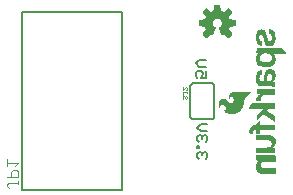
<source format=gbr>
G04 EAGLE Gerber X2 export*
%TF.Part,Single*%
%TF.FileFunction,Legend,Bot,1*%
%TF.FilePolarity,Positive*%
%TF.GenerationSoftware,Autodesk,EAGLE,9.1.0*%
%TF.CreationDate,2018-08-24T06:17:03Z*%
G75*
%MOMM*%
%FSLAX34Y34*%
%LPD*%
%AMOC8*
5,1,8,0,0,1.08239X$1,22.5*%
G01*
%ADD10C,0.152400*%
%ADD11C,0.025400*%
%ADD12C,0.127000*%
%ADD13C,0.076200*%

G36*
X174420Y139846D02*
X174420Y139846D01*
X174528Y139856D01*
X174541Y139862D01*
X174555Y139864D01*
X174652Y139912D01*
X174751Y139957D01*
X174764Y139968D01*
X174773Y139972D01*
X174788Y139988D01*
X174865Y140050D01*
X177450Y142635D01*
X177513Y142724D01*
X177579Y142809D01*
X177584Y142822D01*
X177592Y142834D01*
X177623Y142937D01*
X177659Y143040D01*
X177659Y143054D01*
X177663Y143067D01*
X177659Y143175D01*
X177660Y143284D01*
X177655Y143297D01*
X177655Y143311D01*
X177617Y143413D01*
X177582Y143515D01*
X177573Y143530D01*
X177569Y143539D01*
X177555Y143556D01*
X177501Y143638D01*
X174737Y147028D01*
X175294Y148110D01*
X175300Y148130D01*
X175342Y148225D01*
X175713Y149384D01*
X180064Y149827D01*
X180168Y149855D01*
X180274Y149880D01*
X180286Y149887D01*
X180299Y149890D01*
X180389Y149951D01*
X180482Y150008D01*
X180490Y150019D01*
X180502Y150027D01*
X180568Y150113D01*
X180637Y150197D01*
X180641Y150210D01*
X180650Y150221D01*
X180684Y150324D01*
X180723Y150425D01*
X180724Y150443D01*
X180728Y150452D01*
X180728Y150474D01*
X180737Y150572D01*
X180737Y154228D01*
X180720Y154335D01*
X180706Y154443D01*
X180700Y154455D01*
X180698Y154469D01*
X180646Y154565D01*
X180599Y154662D01*
X180589Y154672D01*
X180583Y154684D01*
X180503Y154758D01*
X180427Y154835D01*
X180415Y154841D01*
X180405Y154851D01*
X180306Y154896D01*
X180209Y154944D01*
X180191Y154948D01*
X180182Y154952D01*
X180161Y154954D01*
X180064Y154973D01*
X175713Y155416D01*
X175342Y156575D01*
X175333Y156593D01*
X175331Y156600D01*
X175327Y156607D01*
X175294Y156690D01*
X174737Y157772D01*
X177501Y161162D01*
X177555Y161256D01*
X177612Y161348D01*
X177615Y161361D01*
X177622Y161373D01*
X177643Y161480D01*
X177668Y161585D01*
X177666Y161599D01*
X177669Y161613D01*
X177654Y161720D01*
X177644Y161828D01*
X177638Y161841D01*
X177636Y161855D01*
X177588Y161952D01*
X177543Y162051D01*
X177532Y162064D01*
X177528Y162073D01*
X177512Y162088D01*
X177450Y162165D01*
X174865Y164750D01*
X174776Y164813D01*
X174691Y164879D01*
X174678Y164884D01*
X174666Y164892D01*
X174563Y164923D01*
X174460Y164959D01*
X174446Y164959D01*
X174433Y164963D01*
X174325Y164959D01*
X174216Y164960D01*
X174203Y164955D01*
X174189Y164955D01*
X174087Y164917D01*
X173985Y164882D01*
X173970Y164873D01*
X173961Y164869D01*
X173944Y164855D01*
X173862Y164801D01*
X170472Y162037D01*
X169390Y162594D01*
X169370Y162600D01*
X169275Y162642D01*
X168116Y163013D01*
X167673Y167364D01*
X167645Y167468D01*
X167620Y167574D01*
X167613Y167586D01*
X167610Y167599D01*
X167549Y167689D01*
X167492Y167782D01*
X167481Y167790D01*
X167473Y167802D01*
X167387Y167868D01*
X167303Y167937D01*
X167290Y167941D01*
X167279Y167950D01*
X167176Y167984D01*
X167075Y168023D01*
X167057Y168024D01*
X167048Y168028D01*
X167026Y168028D01*
X166928Y168037D01*
X163272Y168037D01*
X163165Y168020D01*
X163057Y168006D01*
X163045Y168000D01*
X163031Y167998D01*
X162935Y167946D01*
X162838Y167899D01*
X162828Y167889D01*
X162816Y167883D01*
X162742Y167803D01*
X162665Y167727D01*
X162659Y167715D01*
X162649Y167705D01*
X162604Y167606D01*
X162556Y167509D01*
X162552Y167491D01*
X162548Y167482D01*
X162546Y167461D01*
X162527Y167364D01*
X162084Y163013D01*
X160925Y162642D01*
X160907Y162632D01*
X160810Y162594D01*
X159728Y162037D01*
X156338Y164801D01*
X156244Y164855D01*
X156152Y164912D01*
X156139Y164915D01*
X156127Y164922D01*
X156020Y164943D01*
X155915Y164968D01*
X155901Y164966D01*
X155887Y164969D01*
X155780Y164954D01*
X155672Y164944D01*
X155659Y164938D01*
X155646Y164936D01*
X155548Y164888D01*
X155449Y164843D01*
X155436Y164832D01*
X155427Y164828D01*
X155412Y164812D01*
X155335Y164750D01*
X152750Y162165D01*
X152687Y162076D01*
X152621Y161991D01*
X152616Y161978D01*
X152608Y161966D01*
X152577Y161863D01*
X152541Y161760D01*
X152541Y161746D01*
X152537Y161733D01*
X152541Y161625D01*
X152540Y161516D01*
X152545Y161503D01*
X152545Y161489D01*
X152583Y161387D01*
X152618Y161285D01*
X152627Y161270D01*
X152631Y161261D01*
X152645Y161244D01*
X152699Y161162D01*
X155463Y157772D01*
X154906Y156690D01*
X154900Y156670D01*
X154858Y156575D01*
X154487Y155416D01*
X150136Y154973D01*
X150032Y154945D01*
X149926Y154920D01*
X149914Y154913D01*
X149901Y154910D01*
X149811Y154849D01*
X149718Y154792D01*
X149710Y154781D01*
X149698Y154773D01*
X149632Y154687D01*
X149564Y154603D01*
X149559Y154590D01*
X149550Y154579D01*
X149516Y154476D01*
X149477Y154375D01*
X149476Y154357D01*
X149472Y154348D01*
X149473Y154326D01*
X149463Y154228D01*
X149463Y150572D01*
X149480Y150465D01*
X149494Y150357D01*
X149500Y150345D01*
X149502Y150331D01*
X149554Y150235D01*
X149601Y150138D01*
X149611Y150128D01*
X149617Y150116D01*
X149697Y150042D01*
X149773Y149965D01*
X149785Y149959D01*
X149796Y149949D01*
X149894Y149904D01*
X149991Y149856D01*
X150009Y149852D01*
X150018Y149848D01*
X150039Y149846D01*
X150136Y149827D01*
X154487Y149384D01*
X154858Y148225D01*
X154868Y148207D01*
X154906Y148110D01*
X155463Y147028D01*
X152699Y143638D01*
X152645Y143544D01*
X152588Y143452D01*
X152585Y143439D01*
X152578Y143427D01*
X152557Y143320D01*
X152532Y143215D01*
X152534Y143201D01*
X152531Y143187D01*
X152546Y143080D01*
X152556Y142972D01*
X152562Y142959D01*
X152564Y142946D01*
X152612Y142848D01*
X152657Y142749D01*
X152668Y142736D01*
X152672Y142727D01*
X152688Y142712D01*
X152750Y142635D01*
X155335Y140050D01*
X155424Y139987D01*
X155509Y139921D01*
X155522Y139916D01*
X155534Y139908D01*
X155637Y139877D01*
X155740Y139841D01*
X155754Y139841D01*
X155767Y139837D01*
X155875Y139841D01*
X155984Y139840D01*
X155997Y139845D01*
X156011Y139845D01*
X156113Y139883D01*
X156215Y139918D01*
X156230Y139927D01*
X156239Y139931D01*
X156256Y139945D01*
X156338Y139999D01*
X159728Y142763D01*
X160810Y142206D01*
X160863Y142189D01*
X160912Y142163D01*
X160978Y142152D01*
X161042Y142131D01*
X161098Y142132D01*
X161152Y142123D01*
X161219Y142134D01*
X161286Y142135D01*
X161338Y142153D01*
X161393Y142162D01*
X161453Y142194D01*
X161516Y142217D01*
X161559Y142251D01*
X161609Y142277D01*
X161655Y142326D01*
X161707Y142368D01*
X161738Y142415D01*
X161776Y142455D01*
X161832Y142560D01*
X161840Y142573D01*
X161841Y142578D01*
X161845Y142585D01*
X163998Y147782D01*
X164018Y147865D01*
X164023Y147878D01*
X164025Y147894D01*
X164050Y147979D01*
X164049Y148000D01*
X164054Y148020D01*
X164046Y148102D01*
X164047Y148121D01*
X164043Y148141D01*
X164039Y148222D01*
X164032Y148242D01*
X164030Y148263D01*
X163998Y148332D01*
X163992Y148359D01*
X163977Y148383D01*
X163951Y148450D01*
X163938Y148466D01*
X163929Y148485D01*
X163884Y148534D01*
X163864Y148566D01*
X163833Y148591D01*
X163795Y148637D01*
X163772Y148653D01*
X163762Y148663D01*
X163741Y148675D01*
X163676Y148720D01*
X163675Y148721D01*
X163674Y148722D01*
X162775Y149228D01*
X162088Y149872D01*
X161573Y150660D01*
X161261Y151548D01*
X161169Y152485D01*
X161302Y153417D01*
X161653Y154291D01*
X162202Y155056D01*
X162916Y155669D01*
X163756Y156094D01*
X164673Y156308D01*
X165614Y156298D01*
X166526Y156064D01*
X167356Y155621D01*
X168057Y154992D01*
X168589Y154215D01*
X168920Y153334D01*
X169033Y152399D01*
X168925Y151482D01*
X168605Y150614D01*
X168091Y149845D01*
X167412Y149218D01*
X166528Y148723D01*
X166486Y148690D01*
X166444Y148667D01*
X166413Y148634D01*
X166365Y148599D01*
X166353Y148583D01*
X166337Y148570D01*
X166302Y148515D01*
X166277Y148489D01*
X166264Y148459D01*
X166222Y148401D01*
X166216Y148382D01*
X166206Y148365D01*
X166187Y148290D01*
X166177Y148267D01*
X166174Y148243D01*
X166151Y148168D01*
X166152Y148148D01*
X166147Y148128D01*
X166154Y148042D01*
X166153Y148024D01*
X166156Y148008D01*
X166159Y147924D01*
X166167Y147899D01*
X166168Y147885D01*
X166178Y147863D01*
X166202Y147782D01*
X167131Y145539D01*
X167131Y145538D01*
X168062Y143291D01*
X168063Y143291D01*
X168355Y142585D01*
X168384Y142538D01*
X168405Y142486D01*
X168448Y142435D01*
X168484Y142378D01*
X168527Y142343D01*
X168563Y142300D01*
X168620Y142266D01*
X168672Y142223D01*
X168724Y142204D01*
X168772Y142175D01*
X168838Y142161D01*
X168901Y142137D01*
X168956Y142135D01*
X169010Y142124D01*
X169077Y142131D01*
X169144Y142129D01*
X169198Y142145D01*
X169253Y142152D01*
X169364Y142196D01*
X169378Y142200D01*
X169382Y142203D01*
X169390Y142206D01*
X170472Y142763D01*
X173862Y139999D01*
X173956Y139945D01*
X174048Y139888D01*
X174061Y139885D01*
X174073Y139878D01*
X174180Y139857D01*
X174285Y139832D01*
X174299Y139834D01*
X174313Y139831D01*
X174420Y139846D01*
G37*
G36*
X177805Y75205D02*
X177805Y75205D01*
X177817Y75202D01*
X179724Y75490D01*
X179734Y75496D01*
X179746Y75496D01*
X181570Y76124D01*
X181579Y76131D01*
X181591Y76133D01*
X183272Y77080D01*
X183278Y77088D01*
X183289Y77091D01*
X184396Y77976D01*
X184400Y77984D01*
X184409Y77988D01*
X184436Y78016D01*
X184912Y78521D01*
X185381Y79019D01*
X185383Y79025D01*
X185386Y79026D01*
X185387Y79029D01*
X185392Y79033D01*
X186209Y80190D01*
X186211Y80200D01*
X186219Y80208D01*
X186819Y81438D01*
X186820Y81449D01*
X186828Y81459D01*
X187196Y82778D01*
X187194Y82789D01*
X187200Y82800D01*
X187324Y84164D01*
X187323Y84167D01*
X187323Y84168D01*
X187322Y84170D01*
X187324Y84175D01*
X187324Y86450D01*
X187389Y86818D01*
X187516Y87169D01*
X188105Y88159D01*
X188887Y89013D01*
X194369Y93885D01*
X194371Y93889D01*
X194376Y93891D01*
X194392Y93933D01*
X194411Y93974D01*
X194409Y93978D01*
X194411Y93983D01*
X194392Y94024D01*
X194377Y94066D01*
X194372Y94068D01*
X194370Y94072D01*
X194297Y94101D01*
X194286Y94105D01*
X194285Y94105D01*
X179121Y94105D01*
X179116Y94103D01*
X179110Y94105D01*
X178279Y94035D01*
X178268Y94029D01*
X178253Y94030D01*
X177454Y93790D01*
X177444Y93782D01*
X177430Y93780D01*
X176698Y93379D01*
X176690Y93369D01*
X176677Y93364D01*
X176127Y92894D01*
X176122Y92883D01*
X176110Y92876D01*
X175665Y92306D01*
X175662Y92294D01*
X175652Y92284D01*
X175331Y91636D01*
X175330Y91624D01*
X175322Y91612D01*
X175138Y90913D01*
X175140Y90902D01*
X175134Y90891D01*
X175061Y89951D01*
X175064Y89942D01*
X175061Y89931D01*
X175134Y88991D01*
X175136Y88987D01*
X175135Y88981D01*
X175211Y88498D01*
X175236Y88459D01*
X175257Y88419D01*
X175261Y88418D01*
X175263Y88415D01*
X175308Y88405D01*
X175352Y88393D01*
X175356Y88395D01*
X175360Y88394D01*
X175398Y88419D01*
X175437Y88443D01*
X175438Y88447D01*
X175442Y88449D01*
X175450Y88490D01*
X175462Y88530D01*
X175446Y88688D01*
X175474Y88826D01*
X175545Y88959D01*
X176144Y89783D01*
X176242Y89884D01*
X176258Y89901D01*
X176396Y89973D01*
X176811Y90066D01*
X177239Y90066D01*
X177655Y89973D01*
X178059Y89767D01*
X178387Y89454D01*
X178752Y88848D01*
X178959Y88170D01*
X178994Y87459D01*
X178897Y86849D01*
X178699Y86263D01*
X178406Y85720D01*
X178041Y85295D01*
X177581Y84980D01*
X177056Y84794D01*
X176500Y84751D01*
X175952Y84853D01*
X175449Y85093D01*
X175014Y85463D01*
X173473Y86916D01*
X173463Y86919D01*
X173457Y86928D01*
X171699Y88115D01*
X171686Y88117D01*
X171676Y88127D01*
X170988Y88407D01*
X170973Y88406D01*
X170958Y88415D01*
X170223Y88514D01*
X170208Y88510D01*
X170191Y88515D01*
X169454Y88428D01*
X169441Y88420D01*
X169423Y88420D01*
X168731Y88153D01*
X168720Y88142D01*
X168703Y88138D01*
X168100Y87707D01*
X168093Y87697D01*
X168081Y87691D01*
X167933Y87535D01*
X167933Y87534D01*
X167694Y87282D01*
X167456Y87030D01*
X167455Y87030D01*
X167423Y86995D01*
X167420Y86987D01*
X167412Y86982D01*
X166852Y86205D01*
X166849Y86195D01*
X166841Y86187D01*
X166453Y85407D01*
X166452Y85395D01*
X166444Y85384D01*
X166213Y84544D01*
X166214Y84532D01*
X166208Y84520D01*
X166142Y83652D01*
X166146Y83642D01*
X166142Y83630D01*
X166228Y82730D01*
X166232Y82721D01*
X166231Y82711D01*
X166451Y81833D01*
X166457Y81825D01*
X166458Y81813D01*
X166559Y81585D01*
X166711Y81229D01*
X166711Y81228D01*
X166932Y80724D01*
X166943Y80714D01*
X166948Y80697D01*
X167286Y80262D01*
X167293Y80259D01*
X167297Y80251D01*
X167322Y80226D01*
X167323Y80223D01*
X167415Y80188D01*
X167504Y80229D01*
X167537Y80314D01*
X167537Y80917D01*
X167595Y81428D01*
X167733Y81918D01*
X167988Y82399D01*
X168358Y82794D01*
X168818Y83080D01*
X169337Y83237D01*
X169640Y83249D01*
X169940Y83190D01*
X170434Y82984D01*
X170892Y82701D01*
X171302Y82350D01*
X171656Y81938D01*
X172307Y81036D01*
X172556Y80548D01*
X172654Y80019D01*
X172596Y79480D01*
X172531Y79306D01*
X172283Y78945D01*
X171943Y78671D01*
X171841Y78627D01*
X171720Y78611D01*
X170840Y78611D01*
X170799Y78594D01*
X170757Y78580D01*
X170755Y78575D01*
X170749Y78573D01*
X170733Y78532D01*
X170714Y78492D01*
X170716Y78486D01*
X170714Y78481D01*
X170726Y78454D01*
X170742Y78405D01*
X171663Y77279D01*
X171675Y77273D01*
X171682Y77261D01*
X172819Y76354D01*
X172830Y76351D01*
X172838Y76342D01*
X173772Y75840D01*
X173782Y75839D01*
X173790Y75833D01*
X174788Y75475D01*
X174797Y75475D01*
X174806Y75470D01*
X175845Y75263D01*
X175856Y75265D01*
X175866Y75261D01*
X177794Y75201D01*
X177805Y75205D01*
G37*
G36*
X208236Y114961D02*
X208236Y114961D01*
X208246Y114966D01*
X208258Y114964D01*
X209634Y115287D01*
X209643Y115294D01*
X209655Y115294D01*
X210955Y115850D01*
X210963Y115858D01*
X210974Y115860D01*
X212159Y116632D01*
X212165Y116641D01*
X212176Y116646D01*
X212883Y117303D01*
X212887Y117313D01*
X212897Y117319D01*
X213482Y118087D01*
X213484Y118098D01*
X213493Y118105D01*
X213939Y118961D01*
X213940Y118972D01*
X213948Y118981D01*
X214242Y119900D01*
X214241Y119910D01*
X214247Y119920D01*
X214436Y121132D01*
X214434Y121141D01*
X214437Y121150D01*
X214454Y122377D01*
X214451Y122385D01*
X214453Y122395D01*
X214298Y123612D01*
X214293Y123622D01*
X214293Y123634D01*
X214029Y124478D01*
X214021Y124488D01*
X214018Y124503D01*
X213581Y125272D01*
X213571Y125280D01*
X213566Y125294D01*
X212976Y125954D01*
X212964Y125960D01*
X212956Y125972D01*
X212240Y126492D01*
X212238Y126493D01*
X223342Y126493D01*
X223386Y126511D01*
X223430Y126528D01*
X223430Y126530D01*
X223433Y126531D01*
X223450Y126575D01*
X223468Y126619D01*
X223467Y126621D01*
X223468Y126623D01*
X223459Y126644D01*
X223436Y126704D01*
X219702Y130844D01*
X219696Y130846D01*
X219693Y130852D01*
X219633Y130876D01*
X219613Y130885D01*
X219610Y130884D01*
X219608Y130885D01*
X199034Y130885D01*
X198997Y130870D01*
X198958Y130860D01*
X198952Y130851D01*
X198943Y130847D01*
X198932Y130819D01*
X198910Y130783D01*
X198174Y126897D01*
X198177Y126882D01*
X198172Y126867D01*
X198187Y126835D01*
X198195Y126800D01*
X198208Y126792D01*
X198214Y126779D01*
X198253Y126764D01*
X198278Y126748D01*
X198289Y126751D01*
X198300Y126747D01*
X200217Y126771D01*
X200068Y126637D01*
X200067Y126636D01*
X200066Y126636D01*
X199101Y125747D01*
X199099Y125741D01*
X199092Y125737D01*
X198791Y125394D01*
X198787Y125383D01*
X198777Y125375D01*
X198544Y124981D01*
X198543Y124972D01*
X198536Y124964D01*
X198003Y123643D01*
X198003Y123632D01*
X197997Y123622D01*
X197895Y123140D01*
X197897Y123128D01*
X197892Y123116D01*
X197867Y121135D01*
X197871Y121124D01*
X197869Y121112D01*
X198052Y120027D01*
X198059Y120017D01*
X198059Y120003D01*
X198459Y118978D01*
X198467Y118971D01*
X198469Y118959D01*
X199010Y118057D01*
X199016Y118052D01*
X199019Y118043D01*
X199672Y117219D01*
X199682Y117213D01*
X199687Y117203D01*
X200577Y116411D01*
X200590Y116407D01*
X200599Y116395D01*
X201640Y115816D01*
X201652Y115814D01*
X201663Y115806D01*
X203776Y115132D01*
X203787Y115133D01*
X203798Y115127D01*
X205998Y114844D01*
X206009Y114847D01*
X206021Y114843D01*
X208236Y114961D01*
G37*
G36*
X213998Y98183D02*
X213998Y98183D01*
X214024Y98184D01*
X214041Y98203D01*
X214063Y98213D01*
X214074Y98240D01*
X214090Y98258D01*
X214088Y98277D01*
X214096Y98298D01*
X214096Y102332D01*
X214099Y102368D01*
X214090Y102396D01*
X214086Y102436D01*
X214067Y102473D01*
X214045Y102492D01*
X214021Y102524D01*
X213985Y102546D01*
X213968Y102548D01*
X213952Y102560D01*
X213672Y102636D01*
X213669Y102635D01*
X213666Y102637D01*
X212637Y102864D01*
X212614Y102874D01*
X212608Y102880D01*
X212606Y102888D01*
X212607Y102897D01*
X212623Y102921D01*
X213326Y103748D01*
X213330Y103759D01*
X213340Y103768D01*
X213880Y104719D01*
X213881Y104730D01*
X213890Y104740D01*
X214242Y105775D01*
X214241Y105787D01*
X214247Y105797D01*
X214488Y107415D01*
X214485Y107425D01*
X214489Y107436D01*
X214451Y109071D01*
X214446Y109082D01*
X214448Y109096D01*
X214140Y110468D01*
X214132Y110479D01*
X214131Y110494D01*
X213525Y111763D01*
X213515Y111772D01*
X213511Y111786D01*
X213169Y112234D01*
X213159Y112240D01*
X213153Y112252D01*
X212733Y112629D01*
X212722Y112633D01*
X212714Y112643D01*
X212231Y112935D01*
X212220Y112937D01*
X212210Y112945D01*
X211217Y113318D01*
X211206Y113318D01*
X211195Y113324D01*
X210151Y113513D01*
X210140Y113510D01*
X210128Y113515D01*
X209067Y113512D01*
X209055Y113507D01*
X209040Y113509D01*
X208099Y113303D01*
X208087Y113294D01*
X208070Y113293D01*
X207208Y112864D01*
X207199Y112854D01*
X207184Y112849D01*
X206575Y112351D01*
X206569Y112340D01*
X206557Y112333D01*
X206059Y111723D01*
X206056Y111711D01*
X206045Y111702D01*
X205679Y111006D01*
X205678Y110995D01*
X205671Y110986D01*
X205187Y109501D01*
X205188Y109493D01*
X205183Y109484D01*
X204905Y107947D01*
X204906Y107943D01*
X204903Y107938D01*
X204675Y105732D01*
X204449Y104426D01*
X204284Y103957D01*
X204038Y103529D01*
X203777Y103245D01*
X203690Y103185D01*
X203593Y103143D01*
X203072Y103032D01*
X202541Y103032D01*
X202020Y103143D01*
X201706Y103282D01*
X201427Y103481D01*
X201193Y103734D01*
X201000Y104048D01*
X200872Y104394D01*
X200811Y104763D01*
X200761Y106118D01*
X200815Y106705D01*
X200980Y107266D01*
X201235Y107730D01*
X201591Y108120D01*
X202029Y108415D01*
X202524Y108599D01*
X203056Y108662D01*
X203098Y108662D01*
X203100Y108663D01*
X203102Y108662D01*
X203145Y108682D01*
X203189Y108700D01*
X203189Y108702D01*
X203191Y108703D01*
X203224Y108788D01*
X203224Y112929D01*
X203226Y112930D01*
X203236Y112972D01*
X203250Y113014D01*
X203247Y113020D01*
X203248Y113026D01*
X203232Y113051D01*
X203212Y113096D01*
X203186Y113121D01*
X203143Y113137D01*
X203094Y113156D01*
X203051Y113136D01*
X203008Y113117D01*
X202117Y112995D01*
X202106Y112989D01*
X202091Y112989D01*
X201150Y112655D01*
X201140Y112646D01*
X201126Y112643D01*
X200273Y112124D01*
X200265Y112113D01*
X200252Y112108D01*
X199522Y111425D01*
X199517Y111413D01*
X199505Y111405D01*
X198931Y110588D01*
X198928Y110576D01*
X198919Y110567D01*
X198390Y109409D01*
X198390Y109399D01*
X198383Y109390D01*
X198049Y108161D01*
X198050Y108152D01*
X198046Y108143D01*
X197832Y106403D01*
X197835Y106395D01*
X197832Y106387D01*
X197840Y104633D01*
X197843Y104626D01*
X197841Y104617D01*
X198071Y102878D01*
X198076Y102870D01*
X198075Y102859D01*
X198500Y101445D01*
X198508Y101436D01*
X198509Y101422D01*
X199203Y100119D01*
X199213Y100110D01*
X199218Y100096D01*
X199701Y99534D01*
X199715Y99527D01*
X199724Y99513D01*
X200329Y99086D01*
X200344Y99083D01*
X200356Y99071D01*
X201047Y98804D01*
X201062Y98805D01*
X201077Y98797D01*
X201813Y98706D01*
X201820Y98708D01*
X201828Y98705D01*
X206654Y98705D01*
X206656Y98706D01*
X206658Y98705D01*
X206673Y98712D01*
X206757Y98680D01*
X211095Y98705D01*
X212432Y98603D01*
X213727Y98254D01*
X213926Y98180D01*
X213951Y98181D01*
X213974Y98172D01*
X213998Y98183D01*
G37*
G36*
X214035Y68738D02*
X214035Y68738D01*
X214047Y68736D01*
X214078Y68758D01*
X214114Y68775D01*
X214118Y68786D01*
X214127Y68792D01*
X214132Y68822D01*
X214146Y68860D01*
X214121Y73940D01*
X214114Y73957D01*
X214116Y73975D01*
X214094Y74004D01*
X214082Y74030D01*
X214070Y74035D01*
X214060Y74047D01*
X207082Y78280D01*
X207288Y78492D01*
X207410Y78619D01*
X207533Y78745D01*
X207901Y79124D01*
X208024Y79250D01*
X208147Y79376D01*
X208515Y79755D01*
X208637Y79881D01*
X208689Y79935D01*
X214097Y79935D01*
X214099Y79936D01*
X214101Y79935D01*
X214144Y79955D01*
X214188Y79973D01*
X214188Y79975D01*
X214190Y79976D01*
X214223Y80061D01*
X214223Y84201D01*
X214222Y84204D01*
X214223Y84207D01*
X214186Y84290D01*
X214135Y84341D01*
X214132Y84343D01*
X214131Y84345D01*
X214046Y84378D01*
X194716Y84378D01*
X194697Y84370D01*
X194677Y84372D01*
X194650Y84351D01*
X194625Y84340D01*
X194620Y84326D01*
X194606Y84315D01*
X192244Y80175D01*
X192240Y80140D01*
X192228Y80108D01*
X192235Y80093D01*
X192233Y80077D01*
X192255Y80050D01*
X192269Y80019D01*
X192285Y80012D01*
X192295Y80000D01*
X192322Y79998D01*
X192354Y79986D01*
X203784Y79986D01*
X198310Y74511D01*
X198309Y74508D01*
X198306Y74507D01*
X198273Y74422D01*
X198273Y69748D01*
X198273Y69746D01*
X198273Y69745D01*
X198293Y69701D01*
X198311Y69657D01*
X198313Y69657D01*
X198314Y69655D01*
X198358Y69639D01*
X198403Y69622D01*
X198405Y69623D01*
X198406Y69622D01*
X198489Y69660D01*
X204055Y75351D01*
X213950Y68754D01*
X213988Y68747D01*
X214025Y68733D01*
X214035Y68738D01*
G37*
G36*
X213997Y42522D02*
X213997Y42522D01*
X213999Y42521D01*
X214042Y42541D01*
X214086Y42559D01*
X214086Y42561D01*
X214088Y42562D01*
X214121Y42647D01*
X214121Y46660D01*
X214120Y46662D01*
X214121Y46664D01*
X214101Y46707D01*
X214083Y46751D01*
X214081Y46751D01*
X214080Y46753D01*
X213995Y46786D01*
X211938Y46786D01*
X212579Y47293D01*
X212583Y47301D01*
X212592Y47305D01*
X212641Y47357D01*
X212761Y47483D01*
X212881Y47609D01*
X213000Y47735D01*
X213120Y47862D01*
X213240Y47988D01*
X213360Y48114D01*
X213377Y48132D01*
X213380Y48141D01*
X213388Y48146D01*
X214047Y49076D01*
X214049Y49085D01*
X214057Y49093D01*
X214180Y49338D01*
X214180Y49349D01*
X214187Y49358D01*
X214268Y49620D01*
X214267Y49629D01*
X214272Y49638D01*
X214496Y51116D01*
X214493Y51124D01*
X214497Y51132D01*
X214527Y52626D01*
X214523Y52636D01*
X214526Y52647D01*
X214379Y53680D01*
X214373Y53691D01*
X214373Y53704D01*
X214030Y54690D01*
X214022Y54699D01*
X214020Y54712D01*
X213494Y55614D01*
X213484Y55621D01*
X213479Y55634D01*
X213251Y55888D01*
X213240Y55894D01*
X213232Y55905D01*
X212347Y56566D01*
X212336Y56568D01*
X212327Y56578D01*
X211337Y57066D01*
X211325Y57066D01*
X211315Y57074D01*
X210252Y57374D01*
X210241Y57372D01*
X210229Y57378D01*
X209130Y57479D01*
X209124Y57477D01*
X209118Y57479D01*
X198323Y57479D01*
X198321Y57478D01*
X198319Y57479D01*
X198276Y57459D01*
X198232Y57441D01*
X198232Y57439D01*
X198230Y57438D01*
X198197Y57353D01*
X198197Y53213D01*
X198198Y53211D01*
X198197Y53209D01*
X198217Y53166D01*
X198235Y53122D01*
X198237Y53122D01*
X198238Y53120D01*
X198323Y53087D01*
X208320Y53087D01*
X209150Y52938D01*
X209918Y52595D01*
X210280Y52323D01*
X210581Y51982D01*
X210806Y51587D01*
X211029Y50898D01*
X211109Y50179D01*
X211042Y49458D01*
X210830Y48767D01*
X210542Y48257D01*
X210145Y47826D01*
X209660Y47499D01*
X209110Y47290D01*
X207906Y47065D01*
X206676Y46989D01*
X198374Y46989D01*
X198372Y46988D01*
X198370Y46989D01*
X198327Y46969D01*
X198283Y46951D01*
X198283Y46949D01*
X198281Y46948D01*
X198248Y46863D01*
X198248Y42647D01*
X198249Y42645D01*
X198248Y42643D01*
X198268Y42600D01*
X198286Y42556D01*
X198288Y42556D01*
X198289Y42554D01*
X198374Y42521D01*
X213995Y42521D01*
X213997Y42522D01*
G37*
G36*
X213972Y25377D02*
X213972Y25377D01*
X213974Y25376D01*
X214017Y25396D01*
X214061Y25414D01*
X214061Y25416D01*
X214063Y25417D01*
X214096Y25502D01*
X214096Y29591D01*
X214095Y29593D01*
X214096Y29595D01*
X214076Y29638D01*
X214058Y29682D01*
X214056Y29682D01*
X214055Y29684D01*
X213970Y29717D01*
X204324Y29717D01*
X203606Y29782D01*
X202918Y29973D01*
X202276Y30283D01*
X201889Y30579D01*
X201580Y30953D01*
X201363Y31388D01*
X201286Y31688D01*
X201269Y32004D01*
X201319Y33109D01*
X201406Y33665D01*
X201610Y34181D01*
X201924Y34638D01*
X202493Y35155D01*
X203172Y35518D01*
X203922Y35735D01*
X204705Y35815D01*
X214071Y35815D01*
X214073Y35816D01*
X214075Y35815D01*
X214118Y35835D01*
X214162Y35853D01*
X214162Y35855D01*
X214164Y35856D01*
X214197Y35941D01*
X214197Y40157D01*
X214196Y40159D01*
X214197Y40161D01*
X214177Y40204D01*
X214159Y40248D01*
X214157Y40248D01*
X214156Y40250D01*
X214071Y40283D01*
X198349Y40283D01*
X198347Y40282D01*
X198345Y40283D01*
X198302Y40263D01*
X198258Y40245D01*
X198258Y40243D01*
X198256Y40242D01*
X198223Y40157D01*
X198223Y36119D01*
X198224Y36117D01*
X198223Y36115D01*
X198243Y36072D01*
X198261Y36028D01*
X198263Y36028D01*
X198264Y36026D01*
X198349Y35993D01*
X200417Y35993D01*
X200388Y35951D01*
X200252Y35837D01*
X199874Y35560D01*
X199872Y35556D01*
X199867Y35554D01*
X199394Y35152D01*
X199390Y35145D01*
X199382Y35141D01*
X198966Y34680D01*
X198963Y34670D01*
X198953Y34662D01*
X198386Y33764D01*
X198383Y33751D01*
X198374Y33740D01*
X198005Y32744D01*
X198005Y32731D01*
X197998Y32718D01*
X197843Y31666D01*
X197846Y31656D01*
X197842Y31645D01*
X197850Y31306D01*
X197850Y31305D01*
X197872Y30422D01*
X197882Y30043D01*
X197892Y29639D01*
X197896Y29629D01*
X197894Y29616D01*
X198100Y28639D01*
X198108Y28627D01*
X198109Y28611D01*
X198531Y27706D01*
X198542Y27697D01*
X198546Y27682D01*
X199164Y26897D01*
X199175Y26891D01*
X199181Y26879D01*
X199756Y26390D01*
X199767Y26387D01*
X199774Y26377D01*
X200423Y25993D01*
X200434Y25991D01*
X200443Y25983D01*
X201148Y25714D01*
X201157Y25714D01*
X201166Y25709D01*
X202273Y25469D01*
X202282Y25471D01*
X202290Y25467D01*
X203419Y25376D01*
X203424Y25378D01*
X203429Y25376D01*
X213970Y25376D01*
X213972Y25377D01*
G37*
G36*
X210194Y132792D02*
X210194Y132792D01*
X210202Y132796D01*
X210212Y132795D01*
X210876Y132938D01*
X210886Y132944D01*
X210899Y132945D01*
X211524Y133211D01*
X211533Y133219D01*
X211545Y133222D01*
X212109Y133601D01*
X212116Y133611D01*
X212127Y133616D01*
X212870Y134342D01*
X212874Y134352D01*
X212885Y134358D01*
X213491Y135202D01*
X213493Y135212D01*
X213502Y135221D01*
X213953Y136156D01*
X213954Y136167D01*
X213961Y136177D01*
X214244Y137177D01*
X214242Y137185D01*
X214247Y137194D01*
X214429Y138508D01*
X214428Y138515D01*
X214430Y138521D01*
X214477Y139848D01*
X214475Y139854D01*
X214477Y139861D01*
X214299Y142427D01*
X214294Y142436D01*
X214296Y142446D01*
X214084Y143367D01*
X214076Y143378D01*
X214075Y143392D01*
X213678Y144249D01*
X213671Y144255D01*
X213669Y144264D01*
X212907Y145458D01*
X212901Y145463D01*
X212898Y145471D01*
X212467Y145986D01*
X212456Y145991D01*
X212450Y146003D01*
X211926Y146423D01*
X211915Y146427D01*
X211906Y146437D01*
X211310Y146746D01*
X211301Y146747D01*
X211293Y146754D01*
X210023Y147186D01*
X210013Y147185D01*
X210004Y147190D01*
X209420Y147292D01*
X209413Y147291D01*
X209407Y147294D01*
X209051Y147319D01*
X209044Y147317D01*
X209038Y147319D01*
X209012Y147307D01*
X208982Y147304D01*
X208981Y147303D01*
X208980Y147303D01*
X208971Y147292D01*
X208958Y147287D01*
X208955Y147281D01*
X208949Y147278D01*
X208937Y147248D01*
X208921Y147228D01*
X208921Y147226D01*
X208920Y147225D01*
X208921Y147210D01*
X208916Y147198D01*
X208917Y147196D01*
X208916Y147193D01*
X208916Y143332D01*
X208917Y143330D01*
X208916Y143328D01*
X208936Y143285D01*
X208954Y143241D01*
X208956Y143241D01*
X208957Y143239D01*
X209042Y143206D01*
X209089Y143206D01*
X209586Y143177D01*
X210048Y143031D01*
X210462Y142775D01*
X210905Y142333D01*
X211242Y141806D01*
X211459Y141219D01*
X211532Y140657D01*
X211532Y139327D01*
X211458Y138724D01*
X211261Y138157D01*
X210949Y137644D01*
X210859Y137553D01*
X210734Y137427D01*
X210665Y137357D01*
X210320Y137148D01*
X209935Y137031D01*
X209531Y137014D01*
X209136Y137099D01*
X208774Y137280D01*
X208470Y137545D01*
X208239Y137881D01*
X207769Y138988D01*
X207463Y140161D01*
X206600Y143793D01*
X206595Y143800D01*
X206595Y143809D01*
X206289Y144617D01*
X206283Y144624D01*
X206281Y144634D01*
X205854Y145385D01*
X205847Y145391D01*
X205843Y145401D01*
X205306Y146078D01*
X205296Y146083D01*
X205290Y146094D01*
X204905Y146431D01*
X204892Y146435D01*
X204883Y146446D01*
X204436Y146695D01*
X204423Y146696D01*
X204412Y146705D01*
X203923Y146857D01*
X203911Y146855D01*
X203898Y146862D01*
X202762Y146967D01*
X202749Y146964D01*
X202736Y146967D01*
X201602Y146838D01*
X201591Y146832D01*
X201577Y146833D01*
X200493Y146475D01*
X200484Y146467D01*
X200470Y146465D01*
X199948Y146166D01*
X199941Y146156D01*
X199928Y146151D01*
X199473Y145757D01*
X199468Y145746D01*
X199457Y145739D01*
X199087Y145263D01*
X199084Y145252D01*
X199075Y145243D01*
X198421Y143962D01*
X198420Y143951D01*
X198413Y143941D01*
X198002Y142563D01*
X198003Y142552D01*
X197997Y142540D01*
X197842Y141111D01*
X197844Y141104D01*
X197842Y141097D01*
X197842Y139294D01*
X197844Y139288D01*
X197842Y139281D01*
X197982Y137888D01*
X197987Y137879D01*
X197986Y137868D01*
X198354Y136517D01*
X198362Y136508D01*
X198363Y136494D01*
X198901Y135397D01*
X198911Y135388D01*
X198915Y135374D01*
X199672Y134415D01*
X199682Y134409D01*
X199688Y134398D01*
X200083Y134050D01*
X200092Y134047D01*
X200098Y134038D01*
X200540Y133752D01*
X200550Y133750D01*
X200557Y133743D01*
X201345Y133387D01*
X201350Y133387D01*
X201354Y133383D01*
X201912Y133180D01*
X201946Y133182D01*
X201980Y133175D01*
X201994Y133184D01*
X202006Y133175D01*
X202012Y133177D01*
X202019Y133173D01*
X202730Y133097D01*
X202738Y133100D01*
X202747Y133097D01*
X202784Y133114D01*
X202824Y133126D01*
X202828Y133134D01*
X202836Y133138D01*
X202856Y133188D01*
X202869Y133214D01*
X202867Y133218D01*
X202869Y133223D01*
X202869Y137109D01*
X202851Y137153D01*
X202833Y137197D01*
X202832Y137198D01*
X202831Y137200D01*
X202812Y137207D01*
X202751Y137235D01*
X202491Y137251D01*
X202248Y137306D01*
X201896Y137456D01*
X201583Y137674D01*
X201319Y137950D01*
X201048Y138372D01*
X200859Y138839D01*
X200761Y139335D01*
X200717Y140183D01*
X200761Y141031D01*
X200846Y141480D01*
X201003Y141904D01*
X201198Y142205D01*
X201466Y142438D01*
X201808Y142593D01*
X202180Y142641D01*
X202549Y142576D01*
X202910Y142392D01*
X203203Y142109D01*
X203619Y141434D01*
X203891Y140682D01*
X204295Y138659D01*
X204296Y138658D01*
X204296Y138657D01*
X204677Y136934D01*
X204682Y136927D01*
X204682Y136918D01*
X205292Y135262D01*
X205298Y135256D01*
X205299Y135246D01*
X205704Y134490D01*
X205711Y134484D01*
X205714Y134475D01*
X206222Y133783D01*
X206232Y133778D01*
X206237Y133766D01*
X206587Y133434D01*
X206599Y133429D01*
X206608Y133418D01*
X207020Y133166D01*
X207034Y133164D01*
X207046Y133154D01*
X208049Y132817D01*
X208064Y132818D01*
X208078Y132810D01*
X209133Y132716D01*
X209142Y132719D01*
X209153Y132716D01*
X210194Y132792D01*
G37*
G36*
X195506Y58422D02*
X195506Y58422D01*
X195508Y58421D01*
X195551Y58441D01*
X195595Y58459D01*
X195595Y58461D01*
X195597Y58462D01*
X195630Y58547D01*
X195630Y58623D01*
X195628Y58628D01*
X195630Y58635D01*
X195604Y58915D01*
X195519Y59830D01*
X195602Y60730D01*
X195699Y61012D01*
X195869Y61252D01*
X196101Y61434D01*
X196524Y61609D01*
X196986Y61672D01*
X198248Y61672D01*
X198248Y58826D01*
X198249Y58824D01*
X198248Y58822D01*
X198268Y58779D01*
X198286Y58735D01*
X198288Y58735D01*
X198289Y58733D01*
X198374Y58700D01*
X201041Y58700D01*
X201043Y58701D01*
X201045Y58700D01*
X201088Y58720D01*
X201132Y58738D01*
X201132Y58740D01*
X201134Y58741D01*
X201167Y58826D01*
X201167Y61698D01*
X214071Y61698D01*
X214073Y61699D01*
X214075Y61698D01*
X214118Y61718D01*
X214162Y61736D01*
X214162Y61738D01*
X214164Y61739D01*
X214197Y61824D01*
X214197Y65989D01*
X214196Y65991D01*
X214197Y65993D01*
X214177Y66036D01*
X214159Y66080D01*
X214157Y66080D01*
X214156Y66082D01*
X214071Y66115D01*
X201191Y66115D01*
X201167Y69978D01*
X201167Y69979D01*
X201147Y70024D01*
X201128Y70068D01*
X201127Y70069D01*
X201082Y70086D01*
X201036Y70103D01*
X201035Y70103D01*
X200952Y70066D01*
X198285Y67399D01*
X198284Y67396D01*
X198281Y67395D01*
X198248Y67310D01*
X198248Y66064D01*
X197917Y66064D01*
X197912Y66062D01*
X197907Y66064D01*
X195773Y65887D01*
X195763Y65882D01*
X195751Y65883D01*
X195184Y65735D01*
X195175Y65728D01*
X195163Y65727D01*
X194632Y65479D01*
X194624Y65470D01*
X194612Y65467D01*
X194135Y65127D01*
X194129Y65117D01*
X194117Y65111D01*
X193407Y64368D01*
X193403Y64357D01*
X193392Y64349D01*
X192842Y63481D01*
X192840Y63469D01*
X192831Y63459D01*
X192462Y62501D01*
X192462Y62488D01*
X192455Y62477D01*
X192281Y61464D01*
X192283Y61454D01*
X192280Y61447D01*
X192279Y61443D01*
X192279Y59893D01*
X192280Y59890D01*
X192279Y59886D01*
X192355Y58569D01*
X192355Y58547D01*
X192356Y58545D01*
X192355Y58543D01*
X192375Y58500D01*
X192393Y58456D01*
X192395Y58456D01*
X192396Y58454D01*
X192481Y58421D01*
X195504Y58421D01*
X195506Y58422D01*
G37*
G36*
X201932Y86006D02*
X201932Y86006D01*
X201934Y86005D01*
X201977Y86025D01*
X202021Y86043D01*
X202021Y86045D01*
X202023Y86046D01*
X202056Y86131D01*
X202056Y86157D01*
X202052Y86166D01*
X202055Y86178D01*
X202030Y86330D01*
X202028Y86332D01*
X202029Y86335D01*
X201904Y86932D01*
X201904Y88457D01*
X201996Y88999D01*
X202177Y89517D01*
X202441Y89996D01*
X203001Y90663D01*
X203693Y91188D01*
X204486Y91549D01*
X205305Y91749D01*
X206151Y91822D01*
X213970Y91822D01*
X213972Y91823D01*
X213974Y91822D01*
X214017Y91842D01*
X214061Y91860D01*
X214061Y91862D01*
X214063Y91863D01*
X214096Y91948D01*
X214096Y96114D01*
X214095Y96116D01*
X214096Y96118D01*
X214076Y96161D01*
X214058Y96205D01*
X214056Y96206D01*
X214055Y96208D01*
X213970Y96240D01*
X199085Y96214D01*
X199047Y96198D01*
X199008Y96188D01*
X199003Y96179D01*
X198994Y96176D01*
X198983Y96147D01*
X198961Y96110D01*
X198275Y92249D01*
X198278Y92236D01*
X198273Y92223D01*
X198288Y92189D01*
X198297Y92153D01*
X198308Y92146D01*
X198314Y92134D01*
X198355Y92118D01*
X198381Y92102D01*
X198390Y92104D01*
X198399Y92101D01*
X201179Y92101D01*
X201164Y92054D01*
X200896Y91875D01*
X199854Y91189D01*
X199850Y91184D01*
X199843Y91181D01*
X199460Y90865D01*
X199453Y90852D01*
X199440Y90844D01*
X199138Y90450D01*
X199137Y90445D01*
X199133Y90442D01*
X198548Y89553D01*
X198547Y89550D01*
X198544Y89547D01*
X198191Y88936D01*
X198189Y88924D01*
X198180Y88913D01*
X197957Y88243D01*
X197958Y88231D01*
X197952Y88219D01*
X197868Y87518D01*
X197871Y87508D01*
X197867Y87496D01*
X197943Y86124D01*
X197964Y86081D01*
X197984Y86038D01*
X197986Y86037D01*
X197986Y86036D01*
X198004Y86030D01*
X198069Y86005D01*
X201930Y86005D01*
X201932Y86006D01*
G37*
%LPC*%
G36*
X204838Y119227D02*
X204838Y119227D01*
X203868Y119418D01*
X202969Y119821D01*
X202183Y120418D01*
X201553Y121177D01*
X201293Y121677D01*
X201137Y122219D01*
X201092Y122786D01*
X201142Y123861D01*
X201216Y124233D01*
X201378Y124571D01*
X201934Y125284D01*
X202614Y125881D01*
X203321Y126294D01*
X204095Y126561D01*
X204910Y126671D01*
X207456Y126645D01*
X208225Y126521D01*
X208900Y126296D01*
X208912Y126297D01*
X208924Y126291D01*
X208961Y126286D01*
X208989Y126294D01*
X208999Y126294D01*
X209012Y126266D01*
X209032Y126222D01*
X209033Y126222D01*
X209033Y126221D01*
X209118Y126188D01*
X209156Y126188D01*
X209215Y126176D01*
X209275Y126134D01*
X209276Y126134D01*
X209277Y126133D01*
X209353Y126082D01*
X209359Y126081D01*
X209364Y126076D01*
X209928Y125776D01*
X210397Y125364D01*
X210760Y124855D01*
X211050Y124178D01*
X211202Y123456D01*
X211208Y122545D01*
X211029Y121654D01*
X210691Y120915D01*
X210175Y120289D01*
X209517Y119817D01*
X208756Y119528D01*
X206809Y119224D01*
X204838Y119227D01*
G37*
%LPD*%
%LPC*%
G36*
X206654Y103021D02*
X206654Y103021D01*
X206362Y103021D01*
X206489Y103163D01*
X206494Y103178D01*
X206507Y103189D01*
X206614Y103396D01*
X206615Y103408D01*
X206623Y103418D01*
X206911Y104382D01*
X206910Y104390D01*
X206914Y104397D01*
X207083Y105389D01*
X207083Y105393D01*
X207085Y105397D01*
X207237Y106840D01*
X207342Y107390D01*
X207539Y107908D01*
X207823Y108382D01*
X208067Y108650D01*
X208365Y108854D01*
X208907Y109074D01*
X209483Y109181D01*
X210067Y109170D01*
X210375Y109099D01*
X210660Y108964D01*
X210910Y108773D01*
X211207Y108411D01*
X211410Y107990D01*
X211507Y107529D01*
X211557Y106001D01*
X211408Y104959D01*
X211286Y104637D01*
X211101Y104346D01*
X210710Y103941D01*
X210466Y103688D01*
X210382Y103602D01*
X210163Y103452D01*
X209914Y103345D01*
X209749Y103298D01*
X208679Y103091D01*
X207590Y103021D01*
X206756Y103021D01*
X206754Y103020D01*
X206752Y103021D01*
X206709Y103001D01*
X206707Y103001D01*
X206654Y103021D01*
G37*
%LPD*%
D10*
X155455Y111934D02*
X155455Y106172D01*
X151134Y106172D01*
X152574Y109053D01*
X152574Y110494D01*
X151134Y111934D01*
X148253Y111934D01*
X146812Y110494D01*
X146812Y107613D01*
X148253Y106172D01*
X149693Y115527D02*
X155455Y115527D01*
X149693Y115527D02*
X146812Y118408D01*
X149693Y121289D01*
X155455Y121289D01*
X156725Y39033D02*
X155285Y37592D01*
X156725Y39033D02*
X156725Y41914D01*
X155285Y43354D01*
X153844Y43354D01*
X152404Y41914D01*
X152404Y40473D01*
X152404Y41914D02*
X150963Y43354D01*
X149523Y43354D01*
X148082Y41914D01*
X148082Y39033D01*
X149523Y37592D01*
X149523Y46947D02*
X148082Y46947D01*
X149523Y46947D02*
X149523Y48388D01*
X148082Y48388D01*
X148082Y46947D01*
X155285Y51625D02*
X156725Y53065D01*
X156725Y55946D01*
X155285Y57387D01*
X153844Y57387D01*
X152404Y55946D01*
X152404Y54506D01*
X152404Y55946D02*
X150963Y57387D01*
X149523Y57387D01*
X148082Y55946D01*
X148082Y53065D01*
X149523Y51625D01*
X150963Y60980D02*
X156725Y60980D01*
X150963Y60980D02*
X148082Y63861D01*
X150963Y66742D01*
X156725Y66742D01*
D11*
X198349Y40157D02*
X214071Y40157D01*
X198349Y40157D02*
X198349Y36119D01*
X200558Y36119D01*
X200558Y36043D01*
X200556Y36015D01*
X200552Y35987D01*
X200543Y35960D01*
X200532Y35934D01*
X200518Y35909D01*
X200501Y35886D01*
X200482Y35865D01*
X200433Y35821D01*
X200382Y35778D01*
X200330Y35738D01*
X199949Y35458D01*
X199851Y35383D01*
X199754Y35305D01*
X199659Y35224D01*
X199567Y35141D01*
X199476Y35056D01*
X199388Y34968D01*
X199303Y34878D01*
X199219Y34786D01*
X199139Y34692D01*
X199060Y34595D01*
X199060Y34596D02*
X198975Y34485D01*
X198894Y34373D01*
X198815Y34258D01*
X198740Y34141D01*
X198668Y34023D01*
X198599Y33902D01*
X198534Y33780D01*
X198471Y33655D01*
X198413Y33529D01*
X198357Y33402D01*
X198306Y33273D01*
X198257Y33143D01*
X198213Y33011D01*
X198172Y32879D01*
X198134Y32745D01*
X198100Y32610D01*
X198070Y32475D01*
X198044Y32338D01*
X198021Y32201D01*
X198002Y32064D01*
X197987Y31925D01*
X197975Y31787D01*
X197968Y31648D01*
X197958Y31313D01*
X197955Y30979D01*
X197960Y30644D01*
X197972Y30310D01*
X197991Y29976D01*
X198018Y29642D01*
X198032Y29512D01*
X198050Y29382D01*
X198072Y29254D01*
X198097Y29126D01*
X198127Y28999D01*
X198160Y28872D01*
X198197Y28747D01*
X198238Y28623D01*
X198282Y28500D01*
X198330Y28379D01*
X198382Y28259D01*
X198437Y28141D01*
X198496Y28024D01*
X198558Y27910D01*
X198623Y27797D01*
X198692Y27686D01*
X198765Y27577D01*
X198840Y27471D01*
X198919Y27367D01*
X199000Y27265D01*
X199085Y27166D01*
X199173Y27069D01*
X199263Y26975D01*
X199353Y26887D01*
X199446Y26801D01*
X199540Y26718D01*
X199637Y26638D01*
X199737Y26561D01*
X199838Y26486D01*
X199942Y26414D01*
X200047Y26346D01*
X200155Y26280D01*
X200264Y26217D01*
X200375Y26158D01*
X200488Y26101D01*
X200602Y26048D01*
X200718Y25998D01*
X200835Y25952D01*
X200953Y25908D01*
X201073Y25869D01*
X201193Y25832D01*
X201392Y25777D01*
X201592Y25728D01*
X201793Y25683D01*
X201995Y25643D01*
X202198Y25608D01*
X202402Y25578D01*
X202607Y25553D01*
X202812Y25532D01*
X203017Y25517D01*
X203223Y25507D01*
X203429Y25502D01*
X213970Y25502D01*
X213970Y29591D01*
X204318Y29591D01*
X204195Y29593D01*
X204072Y29598D01*
X203949Y29608D01*
X203826Y29620D01*
X203705Y29637D01*
X203583Y29657D01*
X203462Y29681D01*
X203342Y29709D01*
X203223Y29740D01*
X203105Y29774D01*
X202988Y29812D01*
X202872Y29854D01*
X202758Y29899D01*
X202645Y29948D01*
X202533Y30000D01*
X202423Y30055D01*
X202315Y30113D01*
X202209Y30175D01*
X202132Y30223D01*
X202057Y30275D01*
X201984Y30329D01*
X201914Y30386D01*
X201845Y30446D01*
X201779Y30509D01*
X201716Y30574D01*
X201655Y30642D01*
X201598Y30712D01*
X201543Y30784D01*
X201491Y30859D01*
X201441Y30935D01*
X201396Y31014D01*
X201353Y31094D01*
X201313Y31176D01*
X201277Y31259D01*
X201244Y31344D01*
X201220Y31415D01*
X201199Y31486D01*
X201181Y31559D01*
X201167Y31632D01*
X201155Y31706D01*
X201147Y31780D01*
X201142Y31855D01*
X201141Y31929D01*
X201143Y32004D01*
X201142Y32004D02*
X201192Y33122D01*
X201193Y33122D02*
X201200Y33219D01*
X201209Y33316D01*
X201222Y33412D01*
X201239Y33508D01*
X201260Y33604D01*
X201283Y33698D01*
X201311Y33792D01*
X201342Y33884D01*
X201376Y33975D01*
X201414Y34065D01*
X201454Y34153D01*
X201499Y34240D01*
X201546Y34325D01*
X201597Y34409D01*
X201650Y34490D01*
X201707Y34569D01*
X201766Y34647D01*
X201828Y34721D01*
X201829Y34722D02*
X201900Y34801D01*
X201973Y34879D01*
X202050Y34954D01*
X202128Y35026D01*
X202209Y35096D01*
X202292Y35163D01*
X202377Y35227D01*
X202464Y35289D01*
X202554Y35347D01*
X202645Y35403D01*
X202738Y35456D01*
X202832Y35506D01*
X202928Y35552D01*
X203026Y35596D01*
X203125Y35636D01*
X203124Y35636D02*
X203240Y35679D01*
X203358Y35719D01*
X203476Y35756D01*
X203596Y35789D01*
X203716Y35819D01*
X203837Y35846D01*
X203959Y35870D01*
X204081Y35890D01*
X204204Y35907D01*
X204327Y35921D01*
X204451Y35931D01*
X204575Y35937D01*
X204699Y35941D01*
X204700Y35941D02*
X205042Y35943D01*
X205384Y35941D01*
X214071Y35941D01*
X214071Y40157D01*
D10*
X162560Y73660D02*
X162560Y99060D01*
X142240Y73660D02*
X142242Y73560D01*
X142248Y73461D01*
X142258Y73361D01*
X142271Y73263D01*
X142289Y73164D01*
X142310Y73067D01*
X142335Y72971D01*
X142364Y72875D01*
X142397Y72781D01*
X142433Y72688D01*
X142473Y72597D01*
X142517Y72507D01*
X142564Y72419D01*
X142614Y72333D01*
X142668Y72249D01*
X142725Y72167D01*
X142785Y72088D01*
X142849Y72010D01*
X142915Y71936D01*
X142984Y71864D01*
X143056Y71795D01*
X143130Y71729D01*
X143208Y71665D01*
X143287Y71605D01*
X143369Y71548D01*
X143453Y71494D01*
X143539Y71444D01*
X143627Y71397D01*
X143717Y71353D01*
X143808Y71313D01*
X143901Y71277D01*
X143995Y71244D01*
X144091Y71215D01*
X144187Y71190D01*
X144284Y71169D01*
X144383Y71151D01*
X144481Y71138D01*
X144581Y71128D01*
X144680Y71122D01*
X144780Y71120D01*
X142240Y99060D02*
X142242Y99160D01*
X142248Y99259D01*
X142258Y99359D01*
X142271Y99457D01*
X142289Y99556D01*
X142310Y99653D01*
X142335Y99749D01*
X142364Y99845D01*
X142397Y99939D01*
X142433Y100032D01*
X142473Y100123D01*
X142517Y100213D01*
X142564Y100301D01*
X142614Y100387D01*
X142668Y100471D01*
X142725Y100553D01*
X142785Y100632D01*
X142849Y100710D01*
X142915Y100784D01*
X142984Y100856D01*
X143056Y100925D01*
X143130Y100991D01*
X143208Y101055D01*
X143287Y101115D01*
X143369Y101172D01*
X143453Y101226D01*
X143539Y101276D01*
X143627Y101323D01*
X143717Y101367D01*
X143808Y101407D01*
X143901Y101443D01*
X143995Y101476D01*
X144091Y101505D01*
X144187Y101530D01*
X144284Y101551D01*
X144383Y101569D01*
X144481Y101582D01*
X144581Y101592D01*
X144680Y101598D01*
X144780Y101600D01*
X160020Y101600D02*
X160120Y101598D01*
X160219Y101592D01*
X160319Y101582D01*
X160417Y101569D01*
X160516Y101551D01*
X160613Y101530D01*
X160709Y101505D01*
X160805Y101476D01*
X160899Y101443D01*
X160992Y101407D01*
X161083Y101367D01*
X161173Y101323D01*
X161261Y101276D01*
X161347Y101226D01*
X161431Y101172D01*
X161513Y101115D01*
X161592Y101055D01*
X161670Y100991D01*
X161744Y100925D01*
X161816Y100856D01*
X161885Y100784D01*
X161951Y100710D01*
X162015Y100632D01*
X162075Y100553D01*
X162132Y100471D01*
X162186Y100387D01*
X162236Y100301D01*
X162283Y100213D01*
X162327Y100123D01*
X162367Y100032D01*
X162403Y99939D01*
X162436Y99845D01*
X162465Y99749D01*
X162490Y99653D01*
X162511Y99556D01*
X162529Y99457D01*
X162542Y99359D01*
X162552Y99259D01*
X162558Y99160D01*
X162560Y99060D01*
X162560Y73660D02*
X162558Y73560D01*
X162552Y73461D01*
X162542Y73361D01*
X162529Y73263D01*
X162511Y73164D01*
X162490Y73067D01*
X162465Y72971D01*
X162436Y72875D01*
X162403Y72781D01*
X162367Y72688D01*
X162327Y72597D01*
X162283Y72507D01*
X162236Y72419D01*
X162186Y72333D01*
X162132Y72249D01*
X162075Y72167D01*
X162015Y72088D01*
X161951Y72010D01*
X161885Y71936D01*
X161816Y71864D01*
X161744Y71795D01*
X161670Y71729D01*
X161592Y71665D01*
X161513Y71605D01*
X161431Y71548D01*
X161347Y71494D01*
X161261Y71444D01*
X161173Y71397D01*
X161083Y71353D01*
X160992Y71313D01*
X160899Y71277D01*
X160805Y71244D01*
X160709Y71215D01*
X160613Y71190D01*
X160516Y71169D01*
X160417Y71151D01*
X160319Y71138D01*
X160219Y71128D01*
X160120Y71122D01*
X160020Y71120D01*
X144780Y71120D01*
X144780Y101600D02*
X160020Y101600D01*
X142240Y99060D02*
X142240Y73660D01*
D11*
X139576Y89867D02*
X138941Y90503D01*
X139576Y89867D02*
X139576Y88596D01*
X138941Y87961D01*
X138305Y87961D01*
X137670Y88596D01*
X137670Y89867D01*
X137034Y90503D01*
X136399Y90503D01*
X135763Y89867D01*
X135763Y88596D01*
X136399Y87961D01*
X136399Y91703D02*
X135763Y92338D01*
X135763Y92974D01*
X136399Y93609D01*
X139576Y93609D01*
X139576Y92974D02*
X139576Y94245D01*
X135763Y95445D02*
X135763Y97987D01*
X135763Y95445D02*
X138305Y97987D01*
X138941Y97987D01*
X139576Y97352D01*
X139576Y96080D01*
X138941Y95445D01*
D12*
X84510Y11360D02*
X-490Y11360D01*
X84510Y11360D02*
X84510Y161360D01*
X-490Y161360D01*
X-490Y11360D01*
D13*
X-11068Y12741D02*
X-12609Y14282D01*
X-12609Y15823D01*
X-11068Y17364D01*
X-3363Y17364D01*
X-3363Y15823D02*
X-3363Y18905D01*
X-3363Y21949D02*
X-12609Y21949D01*
X-3363Y21949D02*
X-3363Y26572D01*
X-4904Y28113D01*
X-7986Y28113D01*
X-9527Y26572D01*
X-9527Y21949D01*
X-6445Y31157D02*
X-3363Y34239D01*
X-12609Y34239D01*
X-12609Y31157D02*
X-12609Y37321D01*
M02*

</source>
